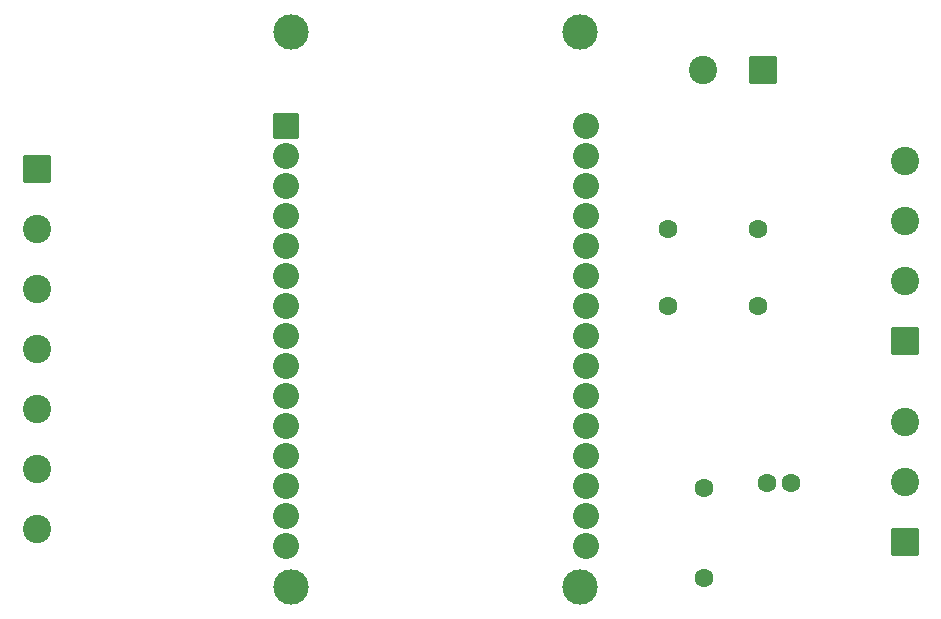
<source format=gbr>
%TF.GenerationSoftware,KiCad,Pcbnew,9.0.4*%
%TF.CreationDate,2025-09-22T07:52:28+08:00*%
%TF.ProjectId,SecurityDoorLockSystem,53656375-7269-4747-9944-6f6f724c6f63,0*%
%TF.SameCoordinates,Original*%
%TF.FileFunction,Soldermask,Top*%
%TF.FilePolarity,Negative*%
%FSLAX46Y46*%
G04 Gerber Fmt 4.6, Leading zero omitted, Abs format (unit mm)*
G04 Created by KiCad (PCBNEW 9.0.4) date 2025-09-22 07:52:28*
%MOMM*%
%LPD*%
G01*
G04 APERTURE LIST*
G04 Aperture macros list*
%AMRoundRect*
0 Rectangle with rounded corners*
0 $1 Rounding radius*
0 $2 $3 $4 $5 $6 $7 $8 $9 X,Y pos of 4 corners*
0 Add a 4 corners polygon primitive as box body*
4,1,4,$2,$3,$4,$5,$6,$7,$8,$9,$2,$3,0*
0 Add four circle primitives for the rounded corners*
1,1,$1+$1,$2,$3*
1,1,$1+$1,$4,$5*
1,1,$1+$1,$6,$7*
1,1,$1+$1,$8,$9*
0 Add four rect primitives between the rounded corners*
20,1,$1+$1,$2,$3,$4,$5,0*
20,1,$1+$1,$4,$5,$6,$7,0*
20,1,$1+$1,$6,$7,$8,$9,0*
20,1,$1+$1,$8,$9,$2,$3,0*%
G04 Aperture macros list end*
%ADD10C,3.000000*%
%ADD11RoundRect,0.102000X-1.000000X-1.000000X1.000000X-1.000000X1.000000X1.000000X-1.000000X1.000000X0*%
%ADD12C,2.204000*%
%ADD13C,1.600000*%
%ADD14C,2.400000*%
%ADD15RoundRect,0.250001X0.949999X-0.949999X0.949999X0.949999X-0.949999X0.949999X-0.949999X-0.949999X0*%
%ADD16RoundRect,0.250001X-0.949999X0.949999X-0.949999X-0.949999X0.949999X-0.949999X0.949999X0.949999X0*%
%ADD17RoundRect,0.250001X0.949999X0.949999X-0.949999X0.949999X-0.949999X-0.949999X0.949999X-0.949999X0*%
G04 APERTURE END LIST*
D10*
%TO.C,U1*%
X106020000Y-57300000D03*
X106020000Y-104250000D03*
X130530000Y-57300000D03*
X130530000Y-104250000D03*
D11*
X105600000Y-65260000D03*
D12*
X105600000Y-67800000D03*
X105600000Y-70340000D03*
X105600000Y-72880000D03*
X105600000Y-75420000D03*
X105600000Y-77960000D03*
X105600000Y-80500000D03*
X105600000Y-83040000D03*
X105600000Y-85580000D03*
X105600000Y-88120000D03*
X105600000Y-90660000D03*
X105600000Y-93200000D03*
X105600000Y-95740000D03*
X105600000Y-98280000D03*
X105600000Y-100820000D03*
X131000000Y-100820000D03*
X131000000Y-98280000D03*
X131000000Y-95740000D03*
X131000000Y-93200000D03*
X131000000Y-90660000D03*
X131000000Y-88120000D03*
X131000000Y-85580000D03*
X131000000Y-83040000D03*
X131000000Y-80500000D03*
X131000000Y-77960000D03*
X131000000Y-75420000D03*
X131000000Y-72880000D03*
X131000000Y-70340000D03*
X131000000Y-67800000D03*
X131000000Y-65260000D03*
%TD*%
D13*
%TO.C,R3*%
X141000000Y-103500000D03*
X141000000Y-95880000D03*
%TD*%
D14*
%TO.C,J2*%
X158000000Y-90340000D03*
X158000000Y-95420000D03*
D15*
X158000000Y-100500000D03*
%TD*%
D13*
%TO.C,R2*%
X138000000Y-80500000D03*
X145620000Y-80500000D03*
%TD*%
%TO.C,R1*%
X138000000Y-74000000D03*
X145620000Y-74000000D03*
%TD*%
D15*
%TO.C,J4*%
X158000000Y-83500000D03*
D14*
X158000000Y-78420000D03*
X158000000Y-73340000D03*
X158000000Y-68260000D03*
%TD*%
D16*
%TO.C,J3*%
X84500000Y-68920000D03*
D14*
X84500000Y-74000000D03*
X84500000Y-79080000D03*
X84500000Y-84160000D03*
X84500000Y-89240000D03*
X84500000Y-94320000D03*
X84500000Y-99400000D03*
%TD*%
D17*
%TO.C,J1*%
X146000000Y-60500000D03*
D14*
X140920000Y-60500000D03*
%TD*%
D13*
%TO.C,C1*%
X146345000Y-95480000D03*
X148345000Y-95480000D03*
%TD*%
M02*

</source>
